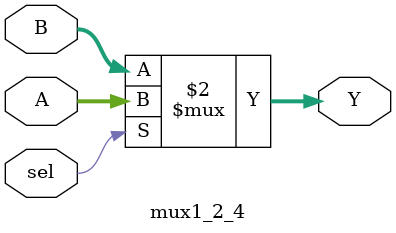
<source format=v>
module mux1_2_4 (A,B,sel,Y);
	input	[3:0] A;
	input	[3:0]	B;
	input	sel;
	
	output reg [3:0] Y;
	
	always@(A,B,sel) begin
		Y <= sel? A : B;
	end
	
endmodule
</source>
